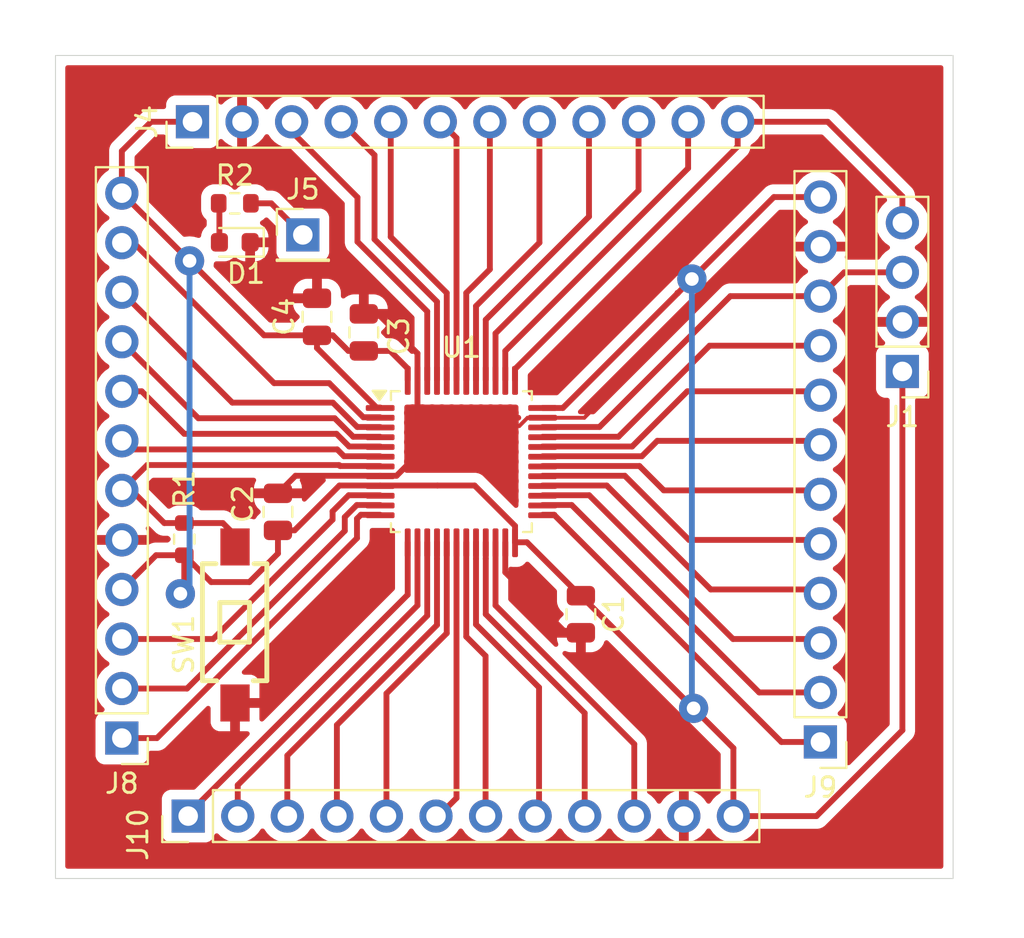
<source format=kicad_pcb>
(kicad_pcb (version 20240108) (generator "pcbnew") (generator_version "8.0")
  (layers (0 "F.Cu" signal) (31 "B.Cu" signal) (34 "B.Paste" user) (35 "F.Paste" user) (36 "B.SilkS" user "B.Silkscreen") (37 "F.SilkS" user "F.Silkscreen") (38 "B.Mask" user) (39 "F.Mask" user) (44 "Edge.Cuts" user))
  (net 0 "")
  (net 1 "+3.3V")
  (net 2 "GND")
  (net 3 "Net-(D1-A)")
  (net 4 "/SWCLK")
  (net 5 "/PB15")
  (net 6 "/PB3")
  (net 7 "/PB8")
  (net 8 "/PB12")
  (net 9 "/PB13")
  (net 10 "/PB9")
  (net 11 "/PB7")
  (net 12 "/PB1")
  (net 13 "/PB0")
  (net 14 "/PB11")
  (net 15 "/PB14")
  (net 16 "/PB4")
  (net 17 "/PB2")
  (net 18 "/PB6")
  (net 19 "/PB5")
  (net 20 "/PB10")
  (net 21 "/PA10")
  (net 22 "/PA12")
  (net 23 "/PA9")
  (net 24 "/PA3")
  (net 25 "/PA0")
  (net 26 "/PA7")
  (net 27 "/PA4")
  (net 28 "/PA2")
  (net 29 "/PA11")
  (net 30 "/PA15")
  (net 31 "/PA1")
  (net 32 "/PA8")
  (net 33 "/PA6")
  (net 34 "/PA5")
  (net 35 "/PC15")
  (net 36 "/PC13")
  (net 37 "/NRST")
  (net 38 "/PC14")
  (net 39 "/SWDIO")
  (net 40 "Net-(J5-Pin_1)")
  (net 41 "/PF0")
  (net 42 "/PF1")
  (net 43 "/BOOT0")
  (footprint "Connector_PinHeader_2.54mm:PinHeader_1x12_P2.54mm_Vertical" (layer "F.Cu") (at 120.42 72.8 90)
    (property "Reference" "J4" (at 0 -2.33 90) (layer "F.SilkS"))
    (property "Value" "Conn_01x12_Pin")
    (fp_line (start -1.33 -1.33) (end 0 -1.33) (stroke (width 0.12)) (layer "F.SilkS"))
    (fp_line (start -1.33 0) (end -1.33 -1.33) (stroke (width 0.12)) (layer "F.SilkS"))
    (fp_line (start 1.33 1.27) (end 1.33 29.27) (stroke (width 0.12)) (layer "F.SilkS"))
    (fp_line (start -1.33 1.27) (end 1.33 1.27) (stroke (width 0.12)) (layer "F.SilkS"))
    (fp_line (start -1.33 1.27) (end -1.33 29.27) (stroke (width 0.12)) (layer "F.SilkS"))
    (fp_line (start -1.33 29.27) (end 1.33 29.27) (stroke (width 0.12)) (layer "F.SilkS"))
    (pad "1" thru_hole rect (at 0 0 90) (size 1.7 1.7) (drill 1) (layers "*.Cu" "*.Mask") (net 1 "+3.3V"))
    (pad "2" thru_hole oval (at 0 2.54 90) (size 1.7 1.7) (drill 1) (layers "*.Cu" "*.Mask") (net 2 "GND"))
    (pad "3" thru_hole oval (at 0 5.08 90) (size 1.7 1.7) (drill 1) (layers "*.Cu" "*.Mask") (net 10 "/PB9"))
    (pad "4" thru_hole oval (at 0 7.62 90) (size 1.7 1.7) (drill 1) (layers "*.Cu" "*.Mask") (net 7 "/PB8"))
    (pad "5" thru_hole oval (at 0 10.16 90) (size 1.7 1.7) (drill 1) (layers "*.Cu" "*.Mask") (net 43 "/BOOT0"))
    (pad "6" thru_hole oval (at 0 12.7 90) (size 1.7 1.7) (drill 1) (layers "*.Cu" "*.Mask") (net 11 "/PB7"))
    (pad "7" thru_hole oval (at 0 15.24 90) (size 1.7 1.7) (drill 1) (layers "*.Cu" "*.Mask") (net 18 "/PB6"))
    (pad "8" thru_hole oval (at 0 17.78 90) (size 1.7 1.7) (drill 1) (layers "*.Cu" "*.Mask") (net 19 "/PB5"))
    (pad "9" thru_hole oval (at 0 20.32 90) (size 1.7 1.7) (drill 1) (layers "*.Cu" "*.Mask") (net 16 "/PB4"))
    (pad "10" thru_hole oval (at 0 22.86 90) (size 1.7 1.7) (drill 1) (layers "*.Cu" "*.Mask") (net 6 "/PB3"))
    (pad "11" thru_hole oval (at 0 25.4 90) (size 1.7 1.7) (drill 1) (layers "*.Cu" "*.Mask") (net 30 "/PA15"))
    (pad "12" thru_hole oval (at 0 27.94 90) (size 1.7 1.7) (drill 1) (layers "*.Cu" "*.Mask") (net 4 "/SWCLK"))
  )
  (footprint "Connector_PinHeader_2.54mm:PinHeader_1x01_P2.54mm_Vertical" (layer "F.Cu") (at 126.075 78.6)
    (property "Reference" "J5" (at 0 -2.33 0) (layer "F.SilkS"))
    (property "Value" "Conn_01x01_Pin")
    (fp_line (start -1.33 -1.33) (end 0 -1.33) (stroke (width 0.12)) (layer "F.SilkS"))
    (fp_line (start -1.33 0) (end -1.33 -1.33) (stroke (width 0.12)) (layer "F.SilkS"))
    (fp_line (start -1.33 1.27) (end -1.33 1.33) (stroke (width 0.12)) (layer "F.SilkS"))
    (fp_line (start -1.33 1.27) (end 1.33 1.27) (stroke (width 0.12)) (layer "F.SilkS"))
    (fp_line (start -1.33 1.33) (end 1.33 1.33) (stroke (width 0.12)) (layer "F.SilkS"))
    (fp_line (start 1.33 1.27) (end 1.33 1.33) (stroke (width 0.12)) (layer "F.SilkS"))
    (pad "1" thru_hole rect (at 0 0) (size 1.7 1.7) (drill 1) (layers "*.Cu" "*.Mask") (net 40 "Net-(J5-Pin_1)"))
  )
  (footprint "Capacitor_SMD:C_0805_2012Metric" (layer "F.Cu") (at 124.8 92.8 90)
    (property "Reference" "C2" (at 0.4 -1.8 90) (layer "F.SilkS"))
    (property "Value" "100nF")
    (fp_line (start -0.261252 -0.735) (end 0.261252 -0.735) (stroke (width 0.12)) (layer "F.SilkS"))
    (fp_line (start -0.261252 0.735) (end 0.261252 0.735) (stroke (width 0.12)) (layer "F.SilkS"))
    (pad "1" smd roundrect (at -0.95 0 90) (size 1 1.45) (layers "F.Cu" "F.Paste" "F.Mask") (net 1 "+3.3V"))
    (pad "2" smd roundrect (at 0.95 0 90) (size 1 1.45) (layers "F.Cu" "F.Paste" "F.Mask") (net 2 "GND"))
  )
  (footprint "easyeda2kicad:SW-SMD_L6.0-W3.3-LS8.0" (layer "F.Cu") (at 122.6 98.6 -90)
    (property "Reference" "SW1" (at 1 2.625 90) (layer "F.SilkS"))
    (property "Value" "TS-1101-C-W")
    (fp_line (start 2.86 1.67) (end -3.14 1.67) (stroke (width 0.25)) (layer "F.SilkS"))
    (fp_line (start 2.86 1.67) (end 2.86 0.94) (stroke (width 0.25)) (layer "F.SilkS"))
    (fp_line (start -3.14 0.98) (end -3.14 1.67) (stroke (width 0.25)) (layer "F.SilkS"))
    (fp_line (start -1.15 0.78) (end -1.15 -0.74) (stroke (width 0.25)) (layer "F.SilkS"))
    (fp_line (start 0.88 0.78) (end -1.15 0.78) (stroke (width 0.25)) (layer "F.SilkS"))
    (fp_line (start -1.15 -0.74) (end 0.88 -0.74) (stroke (width 0.25)) (layer "F.SilkS"))
    (fp_line (start 0.88 -0.74) (end 0.88 0.78) (stroke (width 0.25)) (layer "F.SilkS"))
    (fp_line (start 2.86 -0.94) (end 2.86 -1.63) (stroke (width 0.25)) (layer "F.SilkS"))
    (fp_line (start -3.14 -1.63) (end -3.14 -0.98) (stroke (width 0.25)) (layer "F.SilkS"))
    (fp_line (start -3.14 -1.63) (end 2.86 -1.63) (stroke (width 0.25)) (layer "F.SilkS"))
    (pad "1" smd rect (at -4 0 270) (size 1.9 1.5) (layers "F.Cu" "F.Paste" "F.Mask") (net 37 "/NRST"))
    (pad "2" smd rect (at 4 0 270) (size 1.9 1.5) (layers "F.Cu" "F.Paste" "F.Mask") (net 2 "GND"))
  )
  (footprint "Capacitor_SMD:C_0805_2012Metric" (layer "F.Cu") (at 126.8 82.8 90)
    (property "Reference" "C4" (at 0 -1.679999 90) (layer "F.SilkS"))
    (property "Value" "100nF")
    (fp_line (start -0.261253 -0.735) (end 0.261253 -0.735) (stroke (width 0.12)) (layer "F.SilkS"))
    (fp_line (start -0.261253 0.735) (end 0.261253 0.735) (stroke (width 0.12)) (layer "F.SilkS"))
    (pad "1" smd roundrect (at -0.949999 0 90) (size 1 1.45) (layers "F.Cu" "F.Paste" "F.Mask") (net 1 "+3.3V"))
    (pad "2" smd roundrect (at 0.949999 0 90) (size 1 1.45) (layers "F.Cu" "F.Paste" "F.Mask") (net 2 "GND"))
  )
  (footprint "Capacitor_SMD:C_0805_2012Metric" (layer "F.Cu") (at 140.325 98.05 -90)
    (property "Reference" "C1" (at 0 -1.68 90) (layer "F.SilkS"))
    (property "Value" "100nF")
    (fp_line (start -0.261252 0.735) (end 0.261252 0.735) (stroke (width 0.12)) (layer "F.SilkS"))
    (fp_line (start -0.261252 -0.735) (end 0.261252 -0.735) (stroke (width 0.12)) (layer "F.SilkS"))
    (pad "1" smd roundrect (at -0.95 0 270) (size 1 1.45) (layers "F.Cu" "F.Paste" "F.Mask") (net 1 "+3.3V"))
    (pad "2" smd roundrect (at 0.95 0 270) (size 1 1.45) (layers "F.Cu" "F.Paste" "F.Mask") (net 2 "GND"))
  )
  (footprint "Resistor_SMD:R_0603_1608Metric" (layer "F.Cu") (at 122.5875 76.98125)
    (property "Reference" "R2" (at 0 -1.43 0) (layer "F.SilkS"))
    (property "Value" "1K")
    (fp_line (start -0.237258 -0.5225) (end 0.237258 -0.5225) (stroke (width 0.12)) (layer "F.SilkS"))
    (fp_line (start -0.237258 0.5225) (end 0.237258 0.5225) (stroke (width 0.12)) (layer "F.SilkS"))
    (pad "1" smd roundrect (at -0.825 0) (size 0.8 0.95) (layers "F.Cu" "F.Paste" "F.Mask") (net 3 "Net-(D1-A)"))
    (pad "2" smd roundrect (at 0.825 0) (size 0.8 0.95) (layers "F.Cu" "F.Paste" "F.Mask") (net 40 "Net-(J5-Pin_1)"))
  )
  (footprint "Capacitor_SMD:C_0805_2012Metric" (layer "F.Cu") (at 129.2 83.6 90)
    (property "Reference" "C3" (at -0.2 1.8 90) (layer "F.SilkS"))
    (property "Value" "100nF")
    (fp_line (start -0.261253 -0.735) (end 0.261253 -0.735) (stroke (width 0.12)) (layer "F.SilkS"))
    (fp_line (start -0.261253 0.735) (end 0.261253 0.735) (stroke (width 0.12)) (layer "F.SilkS"))
    (pad "1" smd roundrect (at -0.949999 0 90) (size 1 1.45) (layers "F.Cu" "F.Paste" "F.Mask") (net 1 "+3.3V"))
    (pad "2" smd roundrect (at 0.949999 0 90) (size 1 1.45) (layers "F.Cu" "F.Paste" "F.Mask") (net 2 "GND"))
  )
  (footprint "Connector_PinHeader_2.54mm:PinHeader_1x12_P2.54mm_Vertical" (layer "F.Cu") (at 120.2 108.4 90)
    (property "Reference" "J10" (at -0.95 -2.575 90) (layer "F.SilkS"))
    (property "Value" "Conn_01x12_Pin")
    (fp_line (start -1.33 -1.33) (end 0 -1.33) (stroke (width 0.12)) (layer "F.SilkS"))
    (fp_line (start -1.33 0) (end -1.33 -1.33) (stroke (width 0.12)) (layer "F.SilkS"))
    (fp_line (start 1.33 1.27) (end 1.33 29.27) (stroke (width 0.12)) (layer "F.SilkS"))
    (fp_line (start -1.33 1.27) (end 1.33 1.27) (stroke (width 0.12)) (layer "F.SilkS"))
    (fp_line (start -1.33 1.27) (end -1.33 29.27) (stroke (width 0.12)) (layer "F.SilkS"))
    (fp_line (start -1.33 29.27) (end 1.33 29.27) (stroke (width 0.12)) (layer "F.SilkS"))
    (pad "1" thru_hole rect (at 0 0 90) (size 1.7 1.7) (drill 1) (layers "*.Cu" "*.Mask") (net 24 "/PA3"))
    (pad "2" thru_hole oval (at 0 2.54 90) (size 1.7 1.7) (drill 1) (layers "*.Cu" "*.Mask") (net 27 "/PA4"))
    (pad "3" thru_hole oval (at 0 5.08 90) (size 1.7 1.7) (drill 1) (layers "*.Cu" "*.Mask") (net 34 "/PA5"))
    (pad "4" thru_hole oval (at 0 7.62 90) (size 1.7 1.7) (drill 1) (layers "*.Cu" "*.Mask") (net 33 "/PA6"))
    (pad "5" thru_hole oval (at 0 10.16 90) (size 1.7 1.7) (drill 1) (layers "*.Cu" "*.Mask") (net 26 "/PA7"))
    (pad "6" thru_hole oval (at 0 12.7 90) (size 1.7 1.7) (drill 1) (layers "*.Cu" "*.Mask") (net 13 "/PB0"))
    (pad "7" thru_hole oval (at 0 15.24 90) (size 1.7 1.7) (drill 1) (layers "*.Cu" "*.Mask") (net 12 "/PB1"))
    (pad "8" thru_hole oval (at 0 17.78 90) (size 1.7 1.7) (drill 1) (layers "*.Cu" "*.Mask") (net 17 "/PB2"))
    (pad "9" thru_hole oval (at 0 20.32 90) (size 1.7 1.7) (drill 1) (layers "*.Cu" "*.Mask") (net 20 "/PB10"))
    (pad "10" thru_hole oval (at 0 22.86 90) (size 1.7 1.7) (drill 1) (layers "*.Cu" "*.Mask") (net 14 "/PB11"))
    (pad "11" thru_hole oval (at 0 25.4 90) (size 1.7 1.7) (drill 1) (layers "*.Cu" "*.Mask") (net 2 "GND"))
    (pad "12" thru_hole oval (at 0 27.94 90) (size 1.7 1.7) (drill 1) (layers "*.Cu" "*.Mask") (net 1 "+3.3V"))
  )
  (footprint "Connector_PinHeader_2.54mm:PinHeader_1x12_P2.54mm_Vertical" (layer "F.Cu") (at 116.8 104.4 180)
    (property "Reference" "J8" (at 0 -2.33 0) (layer "F.SilkS"))
    (property "Value" "Conn_01x12_Pin")
    (fp_line (start 1.33 1.27) (end 1.33 29.27) (stroke (width 0.12)) (layer "F.SilkS"))
    (fp_line (start -1.33 29.27) (end 1.33 29.27) (stroke (width 0.12)) (layer "F.SilkS"))
    (fp_line (start -1.33 1.27) (end 1.33 1.27) (stroke (width 0.12)) (layer "F.SilkS"))
    (fp_line (start -1.33 1.27) (end -1.33 29.27) (stroke (width 0.12)) (layer "F.SilkS"))
    (fp_line (start -1.33 0) (end -1.33 -1.33) (stroke (width 0.12)) (layer "F.SilkS"))
    (fp_line (start -1.33 -1.33) (end 0 -1.33) (stroke (width 0.12)) (layer "F.SilkS"))
    (pad "1" thru_hole rect (at 0 0 180) (size 1.7 1.7) (drill 1) (layers "*.Cu" "*.Mask") (net 28 "/PA2"))
    (pad "2" thru_hole oval (at 0 2.54 180) (size 1.7 1.7) (drill 1) (layers "*.Cu" "*.Mask") (net 31 "/PA1"))
    (pad "3" thru_hole oval (at 0 5.08 180) (size 1.7 1.7) (drill 1) (layers "*.Cu" "*.Mask") (net 25 "/PA0"))
    (pad "4" thru_hole oval (at 0 7.62 180) (size 1.7 1.7) (drill 1) (layers "*.Cu" "*.Mask") (net 1 "+3.3V"))
    (pad "5" thru_hole oval (at 0 10.16 180) (size 1.7 1.7) (drill 1) (layers "*.Cu" "*.Mask") (net 2 "GND"))
    (pad "6" thru_hole oval (at 0 12.7 180) (size 1.7 1.7) (drill 1) (layers "*.Cu" "*.Mask") (net 37 "/NRST"))
    (pad "7" thru_hole oval (at 0 15.24 180) (size 1.7 1.7) (drill 1) (layers "*.Cu" "*.Mask") (net 42 "/PF1"))
    (pad "8" thru_hole oval (at 0 17.78 180) (size 1.7 1.7) (drill 1) (layers "*.Cu" "*.Mask") (net 41 "/PF0"))
    (pad "9" thru_hole oval (at 0 20.32 180) (size 1.7 1.7) (drill 1) (layers "*.Cu" "*.Mask") (net 35 "/PC15"))
    (pad "10" thru_hole oval (at 0 22.86 180) (size 1.7 1.7) (drill 1) (layers "*.Cu" "*.Mask") (net 38 "/PC14"))
    (pad "11" thru_hole oval (at 0 25.4 180) (size 1.7 1.7) (drill 1) (layers "*.Cu" "*.Mask") (net 36 "/PC13"))
    (pad "12" thru_hole oval (at 0 27.94 180) (size 1.7 1.7) (drill 1) (layers "*.Cu" "*.Mask") (net 1 "+3.3V"))
  )
  (footprint "LED_SMD:LED_0603_1608Metric" (layer "F.Cu") (at 122.5875 78.98125 180)
    (property "Reference" "D1" (at -0.575 -1.6 0) (layer "F.SilkS"))
    (property "Value" "LED")
    (fp_line (start 0.8 -0.735) (end -1.485 -0.735) (stroke (width 0.12)) (layer "F.SilkS"))
    (fp_line (start -1.485 0.735) (end 0.8 0.735) (stroke (width 0.12)) (layer "F.SilkS"))
    (fp_line (start -1.485 -0.735) (end -1.485 0.735) (stroke (width 0.12)) (layer "F.SilkS"))
    (pad "1" smd roundrect (at -0.7875 0 180) (size 0.875 0.95) (layers "F.Cu" "F.Paste" "F.Mask") (net 2 "GND"))
    (pad "2" smd roundrect (at 0.7875 0 180) (size 0.875 0.95) (layers "F.Cu" "F.Paste" "F.Mask") (net 3 "Net-(D1-A)"))
  )
  (footprint "Connector_PinHeader_2.54mm:PinHeader_1x04_P2.54mm_Vertical" (layer "F.Cu") (at 156.8 85.6 180)
    (property "Reference" "J1" (at 0 -2.33 0) (layer "F.SilkS"))
    (property "Value" "Conn_01x04_Pin")
    (fp_line (start 1.33 1.270001) (end 1.33 8.95) (stroke (width 0.12)) (layer "F.SilkS"))
    (fp_line (start -1.33 8.95) (end 1.33 8.95) (stroke (width 0.12)) (layer "F.SilkS"))
    (fp_line (start -1.33 1.270001) (end 1.33 1.270001) (stroke (width 0.12)) (layer "F.SilkS"))
    (fp_line (start -1.33 1.270001) (end -1.33 8.95) (stroke (width 0.12)) (layer "F.SilkS"))
    (fp_line (start -1.33 0) (end -1.33 -1.33) (stroke (width 0.12)) (layer "F.SilkS"))
    (fp_line (start -1.33 -1.33) (end 0 -1.33) (stroke (width 0.12)) (layer "F.SilkS"))
    (pad "1" thru_hole rect (at 0 0 180) (size 1.7 1.7) (drill 1) (layers "*.Cu" "*.Mask") (net 1 "+3.3V"))
    (pad "2" thru_hole oval (at 0 2.54 180) (size 1.7 1.7) (drill 1) (layers "*.Cu" "*.Mask") (net 2 "GND"))
    (pad "3" thru_hole oval (at 0 5.079999 180) (size 1.7 1.7) (drill 1) (layers "*.Cu" "*.Mask") (net 39 "/SWDIO"))
    (pad "4" thru_hole oval (at 0 7.62 180) (size 1.7 1.7) (drill 1) (layers "*.Cu" "*.Mask") (net 4 "/SWCLK"))
  )
  (footprint "Resistor_SMD:R_0603_1608Metric" (layer "F.Cu") (at 120 94.2 -90)
    (property "Reference" "R1" (at -2.575 0 90) (layer "F.SilkS"))
    (property "Value" "10K")
    (fp_line (start -0.237258 0.5225) (end 0.237258 0.5225) (stroke (width 0.12)) (layer "F.SilkS"))
    (fp_line (start -0.237258 -0.5225) (end 0.237258 -0.5225) (stroke (width 0.12)) (layer "F.SilkS"))
    (pad "1" smd roundrect (at -0.825 0 270) (size 0.8 0.95) (layers "F.Cu" "F.Paste" "F.Mask") (net 37 "/NRST"))
    (pad "2" smd roundrect (at 0.825 0 270) (size 0.8 0.95) (layers "F.Cu" "F.Paste" "F.Mask") (net 1 "+3.3V"))
  )
  (footprint "Package_QFP:LQFP-48_7x7mm_P0.5mm" (layer "F.Cu") (at 134.2 90.225)
    (property "Reference" "U1" (at 0 -5.85 0) (layer "F.SilkS"))
    (property "Value" "STM32F072C8Tx")
    (fp_line (start -3.61 -3.61) (end -3.61 -3.16) (stroke (width 0.12)) (layer "F.SilkS"))
    (fp_line (start -3.61 3.61) (end -3.61 3.16) (stroke (width 0.12)) (layer "F.SilkS"))
    (fp_line (start -3.16 -3.61) (end -3.61 -3.61) (stroke (width 0.12)) (layer "F.SilkS"))
    (fp_line (start -3.16 3.61) (end -3.61 3.61) (stroke (width 0.12)) (layer "F.SilkS"))
    (fp_line (start 3.16 -3.61) (end 3.61 -3.61) (stroke (width 0.12)) (layer "F.SilkS"))
    (fp_line (start 3.16 3.61) (end 3.61 3.61) (stroke (width 0.12)) (layer "F.SilkS"))
    (fp_line (start 3.61 -3.61) (end 3.61 -3.16) (stroke (width 0.12)) (layer "F.SilkS"))
    (fp_line (start 3.61 3.61) (end 3.61 3.16) (stroke (width 0.12)) (layer "F.SilkS"))
    (fp_poly (pts (xy -4.2 -3.16) (xy -4.54 -3.63) (xy -3.86 -3.63) (xy -4.2 -3.16)) (stroke (width 0.12)) (fill solid) (layer "F.SilkS"))
    (pad "1" smd roundrect (at -4.1625 -2.75) (size 1.475 0.3) (layers "F.Cu" "F.Paste" "F.Mask") (net 1 "+3.3V"))
    (pad "2" smd roundrect (at -4.1625 -2.25) (size 1.475 0.3) (layers "F.Cu" "F.Paste" "F.Mask") (net 36 "/PC13"))
    (pad "3" smd roundrect (at -4.1625 -1.75) (size 1.475 0.3) (layers "F.Cu" "F.Paste" "F.Mask") (net 38 "/PC14"))
    (pad "4" smd roundrect (at -4.1625 -1.25) (size 1.475 0.3) (layers "F.Cu" "F.Paste" "F.Mask") (net 35 "/PC15"))
    (pad "5" smd roundrect (at -4.1625 -0.75) (size 1.475 0.3) (layers "F.Cu" "F.Paste" "F.Mask") (net 41 "/PF0"))
    (pad "6" smd roundrect (at -4.1625 -0.25) (size 1.475 0.3) (layers "F.Cu" "F.Paste" "F.Mask") (net 42 "/PF1"))
    (pad "7" smd roundrect (at -4.1625 0.25) (size 1.475 0.3) (layers "F.Cu" "F.Paste" "F.Mask") (net 37 "/NRST"))
    (pad "8" smd roundrect (at -4.1625 0.75) (size 1.475 0.3) (layers "F.Cu" "F.Paste" "F.Mask") (net 2 "GND"))
    (pad "9" smd roundrect (at -4.1625 1.25) (size 1.475 0.3) (layers "F.Cu" "F.Paste" "F.Mask") (net 1 "+3.3V"))
    (pad "10" smd roundrect (at -4.1625 1.75) (size 1.475 0.3) (layers "F.Cu" "F.Paste" "F.Mask") (net 25 "/PA0"))
    (pad "11" smd roundrect (at -4.1625 2.25) (size 1.475 0.3) (layers "F.Cu" "F.Paste" "F.Mask") (net 31 "/PA1"))
    (pad "12" smd roundrect (at -4.1625 2.75) (size 1.475 0.3) (layers "F.Cu" "F.Paste" "F.Mask") (net 28 "/PA2"))
    (pad "13" smd roundrect (at -2.75 4.1625) (size 0.3 1.475) (layers "F.Cu" "F.Paste" "F.Mask") (net 24 "/PA3"))
    (pad "14" smd roundrect (at -2.25 4.1625) (size 0.3 1.475) (layers "F.Cu" "F.Paste" "F.Mask") (net 27 "/PA4"))
    (pad "15" smd roundrect (at -1.75 4.1625) (size 0.3 1.475) (layers "F.Cu" "F.Paste" "F.Mask") (net 34 "/PA5"))
    (pad "16" smd roundrect (at -1.25 4.1625) (size 0.3 1.475) (layers "F.Cu" "F.Paste" "F.Mask") (net 33 "/PA6"))
    (pad "17" smd roundrect (at -0.75 4.1625) (size 0.3 1.475) (layers "F.Cu" "F.Paste" "F.Mask") (net 26 "/PA7"))
    (pad "18" smd roundrect (at -0.25 4.1625) (size 0.3 1.475) (layers "F.Cu" "F.Paste" "F.Mask") (net 13 "/PB0"))
    (pad "19" smd roundrect (at 0.25 4.1625) (size 0.3 1.475) (layers "F.Cu" "F.Paste" "F.Mask") (net 12 "/PB1"))
    (pad "20" smd roundrect (at 0.75 4.1625) (size 0.3 1.475) (layers "F.Cu" "F.Paste" "F.Mask") (net 17 "/PB2"))
    (pad "21" smd roundrect (at 1.25 4.1625) (size 0.3 1.475) (layers "F.Cu" "F.Paste" "F.Mask") (net 20 "/PB10"))
    (pad "22" smd roundrect (at 1.75 4.1625) (size 0.3 1.475) (layers "F.Cu" "F.Paste" "F.Mask") (net 14 "/PB11"))
    (pad "23" smd roundrect (at 2.25 4.1625) (size 0.3 1.475) (layers "F.Cu" "F.Paste" "F.Mask") (net 2 "GND"))
    (pad "24" smd roundrect (at 2.75 4.1625) (size 0.3 1.475) (layers "F.Cu" "F.Paste" "F.Mask") (net 1 "+3.3V"))
    (pad "25" smd roundrect (at 4.1625 2.75) (size 1.475 0.3) (layers "F.Cu" "F.Paste" "F.Mask") (net 8 "/PB12"))
    (pad "26" smd roundrect (at 4.1625 2.25) (size 1.475 0.3) (layers "F.Cu" "F.Paste" "F.Mask") (net 9 "/PB13"))
    (pad "27" smd roundrect (at 4.1625 1.75) (size 1.475 0.3) (layers "F.Cu" "F.Paste" "F.Mask") (net 15 "/PB14"))
    (pad "28" smd roundrect (at 4.1625 1.25) (size 1.475 0.3) (layers "F.Cu" "F.Paste" "F.Mask") (net 5 "/PB15"))
    (pad "29" smd roundrect (at 4.1625 0.75) (size 1.475 0.3) (layers "F.Cu" "F.Paste" "F.Mask") (net 32 "/PA8"))
    (pad "30" smd roundrect (at 4.1625 0.25) (size 1.475 0.3) (layers "F.Cu" "F.Paste" "F.Mask") (net 23 "/PA9"))
    (pad "31" smd roundrect (at 4.1625 -0.25) (size 1.475 0.3) (layers "F.Cu" "F.Paste" "F.Mask") (net 21 "/PA10"))
    (pad "32" smd roundrect (at 4.1625 -0.75) (size 1.475 0.3) (layers "F.Cu" "F.Paste" "F.Mask") (net 29 "/PA11"))
    (pad "33" smd roundrect (at 4.1625 -1.25) (size 1.475 0.3) (layers "F.Cu" "F.Paste" "F.Mask") (net 22 "/PA12"))
    (pad "34" smd roundrect (at 4.1625 -1.75) (size 1.475 0.3) (layers "F.Cu" "F.Paste" "F.Mask") (net 39 "/SWDIO"))
    (pad "35" smd roundrect (at 4.1625 -2.25) (size 1.475 0.3) (layers "F.Cu" "F.Paste" "F.Mask") (net 2 "GND"))
    (pad "36" smd roundrect (at 4.1625 -2.75) (size 1.475 0.3) (layers "F.Cu" "F.Paste" "F.Mask") (net 1 "+3.3V"))
    (pad "37" smd roundrect (at 2.75 -4.1625) (size 0.3 1.475) (layers "F.Cu" "F.Paste" "F.Mask") (net 4 "/SWCLK"))
    (pad "38" smd roundrect (at 2.25 -4.1625) (size 0.3 1.475) (layers "F.Cu" "F.Paste" "F.Mask") (net 30 "/PA15"))
    (pad "39" smd roundrect (at 1.75 -4.1625) (size 0.3 1.475) (layers "F.Cu" "F.Paste" "F.Mask") (net 6 "/PB3"))
    (pad "40" smd roundrect (at 1.25 -4.1625) (size 0.3 1.475) (layers "F.Cu" "F.Paste" "F.Mask") (net 16 "/PB4"))
    (pad "41" smd roundrect (at 0.75 -4.1625) (size 0.3 1.475) (layers "F.Cu" "F.Paste" "F.Mask") (net 19 "/PB5"))
    (pad "42" smd roundrect (at 0.25 -4.1625) (size 0.3 1.475) (layers "F.Cu" "F.Paste" "F.Mask") (net 18 "/PB6"))
    (pad "43" smd roundrect (at -0.25 -4.1625) (size 0.3 1.475) (layers "F.Cu" "F.Paste" "F.Mask") (net 11 "/PB7"))
    (pad "44" smd roundrect (at -0.75 -4.1625) (size 0.3 1.475) (layers "F.Cu" "F.Paste" "F.Mask") (net 43 "/BOOT0"))
    (pad "45" smd roundrect (at -1.25 -4.1625) (size 0.3 1.475) (layers "F.Cu" "F.Paste" "F.Mask") (net 7 "/PB8"))
    (pad "46" smd roundrect (at -1.75 -4.1625) (size 0.3 1.475) (layers "F.Cu" "F.Paste" "F.Mask") (net 10 "/PB9"))
    (pad "47" smd roundrect (at -2.25 -4.1625) (size 0.3 1.475) (layers "F.Cu" "F.Paste" "F.Mask") (net 2 "GND"))
    (pad "48" smd roundrect (at -2.75 -4.1625) (size 0.3 1.475) (layers "F.Cu" "F.Paste" "F.Mask") (net 1 "+3.3V"))
  )
  (footprint "Connector_PinHeader_2.54mm:PinHeader_1x12_P2.54mm_Vertical" (layer "F.Cu") (at 152.6 104.6 180)
    (property "Reference" "J9" (at 0 -2.33 0) (layer "F.SilkS"))
    (property "Value" "Conn_01x12_Pin")
    (fp_line (start 1.33 1.27) (end 1.33 29.27) (stroke (width 0.12)) (layer "F.SilkS"))
    (fp_line (start -1.33 29.27) (end 1.33 29.27) (stroke (width 0.12)) (layer "F.SilkS"))
    (fp_line (start -1.33 1.27) (end 1.33 1.27) (stroke (width 0.12)) (layer "F.SilkS"))
    (fp_line (start -1.33 1.27) (end -1.33 29.27) (stroke (width 0.12)) (layer "F.SilkS"))
    (fp_line (start -1.33 0) (end -1.33 -1.33) (stroke (width 0.12)) (layer "F.SilkS"))
    (fp_line (start -1.33 -1.33) (end 0 -1.33) (stroke (width 0.12)) (layer "F.SilkS"))
    (pad "1" thru_hole rect (at 0 0 180) (size 1.7 1.7) (drill 1) (layers "*.Cu" "*.Mask") (net 8 "/PB12"))
    (pad "2" thru_hole oval (at 0 2.54 180) (size 1.7 1.7) (drill 1) (layers "*.Cu" "*.Mask") (net 9 "/PB13"))
    (pad "3" thru_hole oval (at 0 5.08 180) (size 1.7 1.7) (drill 1) (layers "*.Cu" "*.Mask") (net 15 "/PB14"))
    (pad "4" thru_hole oval (at 0 7.62 180) (size 1.7 1.7) (drill 1) (layers "*.Cu" "*.Mask") (net 5 "/PB15"))
    (pad "5" thru_hole oval (at 0 10.16 180) (size 1.7 1.7) (drill 1) (layers "*.Cu" "*.Mask") (net 32 "/PA8"))
    (pad "6" thru_hole oval (at 0 12.7 180) (size 1.7 1.7) (drill 1) (layers "*.Cu" "*.Mask") (net 23 "/PA9"))
    (pad "7" thru_hole oval (at 0 15.24 180) (size 1.7 1.7) (drill 1) (layers "*.Cu" "*.Mask") (net 21 "/PA10"))
    (pad "8" thru_hole oval (at 0 17.78 180) (size 1.7 1.7) (drill 1) (layers "*.Cu" "*.Mask") (net 29 "/PA11"))
    (pad "9" thru_hole oval (at 0 20.32 180) (size 1.7 1.7) (drill 1) (layers "*.Cu" "*.Mask") (net 22 "/PA12"))
    (pad "10" thru_hole oval (at 0 22.86 180) (size 1.7 1.7) (drill 1) (layers "*.Cu" "*.Mask") (net 39 "/SWDIO"))
    (pad "11" thru_hole oval (at 0 25.4 180) (size 1.7 1.7) (drill 1) (layers "*.Cu" "*.Mask") (net 2 "GND"))
    (pad "12" thru_hole oval (at 0 27.94 180) (size 1.7 1.7) (drill 1) (layers "*.Cu" "*.Mask") (net 1 "+3.3V"))
  )
  (gr_rect (start 113.4 69.4) (end 159.4 111.6) (stroke (width 0.05)) (fill none) (layer "Edge.Cuts"))
  (segment (start 118.555 95.025) (end 116.8 96.78) (width 0.3) (layer "F.Cu") (net 1))
  (segment (start 124.8 94.937259) (end 124.8 93.75) (width 0.3) (layer "F.Cu") (net 1))
  (segment (start 127.612499 83.749999) (end 128.412499 84.549999) (width 0.3) (layer "F.Cu") (net 1))
  (segment (start 140.3 97.1) (end 140.325 97.1) (width 0.3) (layer "F.Cu") (net 1))
  (segment (start 120 95.025) (end 118.555 95.025) (width 0.3) (layer "F.Cu") (net 1))
  (segment (start 152.4 108.4) (end 148.14 108.4) (width 0.3) (layer "F.Cu") (net 1))
  (segment (start 126.8 84.4) (end 129.85 87.45) (width 0.3) (layer "F.Cu") (net 1))
  (segment (start 125.65 93.75) (end 124.8 93.75) (width 0.3) (layer "F.Cu") (net 1))
  (segment (start 123.337259 96.4) (end 124.8 94.937259) (width 0.3) (layer "F.Cu") (net 1))
  (segment (start 146.1 102.875) (end 146.5125 103.2875) (width 0.3) (layer "F.Cu") (net 1))
  (segment (start 140.325 97.1) (end 146.1 102.875) (width 0.3) (layer "F.Cu") (net 1))
  (segment (start 145.275 81.6) (end 146.0125 80.8625) (width 0.3) (layer "F.Cu") (net 1))
  (segment (start 139.4 87.475) (end 145.2875 81.5875) (width 0.3) (layer "F.Cu") (net 1))
  (segment (start 137.5625 94.3625) (end 140.3 97.1) (width 0.3) (layer "F.Cu") (net 1))
  (segment (start 120.42 72.8) (end 120.42 72.84) (width 0.2) (layer "F.Cu") (net 1))
  (segment (start 120 95.025) (end 120 96.8) (width 0.3) (layer "F.Cu") (net 1))
  (segment (start 132.975 91.449999) (end 134.878119 91.449999) (width 0.3) (layer "F.Cu") (net 1))
  (segment (start 145.3 81.575) (end 145.275 81.575) (width 0.3) (layer "F.Cu") (net 1))
  (segment (start 150.215 76.66) (end 152.6 76.66) (width 0.3) (layer "F.Cu") (net 1))
  (segment (start 120 95.025) (end 121.375 96.4) (width 0.3) (layer "F.Cu") (net 1))
  (segment (start 131.45 86.0375) (end 131.45 85.45) (width 0.3) (layer "F.Cu") (net 1))
  (segment (start 130.0375 91.449999) (end 127.950001 91.449999) (width 0.3) (layer "F.Cu") (net 1))
  (segment (start 156.8 88.175) (end 156.8 104) (width 0.3) (layer "F.Cu") (net 1))
  (segment (start 136.95 94.3625) (end 137.5625 94.3625) (width 0.3) (layer "F.Cu") (net 1))
  (segment (start 130.0375 91.449999) (end 132.975 91.449999) (width 0.3) (layer "F.Cu") (net 1))
  (segment (start 120 96.8) (end 119.8 97) (width 0.3) (layer "F.Cu") (net 1))
  (segment (start 121.375 96.4) (end 123.337259 96.4) (width 0.3) (layer "F.Cu") (net 1))
  (segment (start 131.45 85.45) (end 130.549999 84.549999) (width 0.3) (layer "F.Cu") (net 1))
  (segment (start 134.878119 91.449999) (end 136.95 93.52188) (width 0.3) (layer "F.Cu") (net 1))
  (segment (start 146.0125 80.8625) (end 150.215 76.66) (width 0.3) (layer "F.Cu") (net 1))
  (segment (start 116.8 76.46) (end 116.8 74.3) (width 0.3) (layer "F.Cu") (net 1))
  (segment (start 145.2875 81.5875) (end 145.3 81.575) (width 0.3) (layer "F.Cu") (net 1))
  (segment (start 116.8 74.3) (end 118.3 72.8) (width 0.3) (layer "F.Cu") (net 1))
  (segment (start 130.549999 84.549999) (end 129.2 84.549999) (width 0.3) (layer "F.Cu") (net 1))
  (segment (start 116.8 76.46) (end 120.27 79.93) (width 0.3) (layer "F.Cu") (net 1))
  (segment (start 148.14 104.915) (end 148.14 108.4) (width 0.3) (layer "F.Cu") (net 1))
  (segment (start 138.3625 87.475) (end 139.4 87.475) (width 0.3) (layer "F.Cu") (net 1))
  (segment (start 124.089999 83.749999) (end 126.8 83.749999) (width 0.3) (layer "F.Cu") (net 1))
  (segment (start 126.8 83.749999) (end 127.612499 83.749999) (width 0.3) (layer "F.Cu") (net 1))
  (segment (start 126.8 83.749999) (end 126.8 84.4) (width 0.3) (layer "F.Cu") (net 1))
  (segment (start 145.275 81.575) (end 145.275 81.6) (width 0.3) (layer "F.Cu") (net 1))
  (segment (start 146.5125 103.2875) (end 148.14 104.915) (width 0.3) (layer "F.Cu") (net 1))
  (segment (start 118.3 72.8) (end 120.42 72.8) (width 0.3) (layer "F.Cu") (net 1))
  (segment (start 156.8 104) (end 152.4 108.4) (width 0.3) (layer "F.Cu") (net 1))
  (segment (start 156.8 85.6) (end 156.8 88.175) (width 0.3) (layer "F.Cu") (net 1))
  (segment (start 136.95 93.52188) (end 136.95 94.3625) (width 0.3) (layer "F.Cu") (net 1))
  (segment (start 129.85 87.45) (end 130.0375 87.45) (width 0.3) (layer "F.Cu") (net 1))
  (segment (start 128.412499 84.549999) (end 129.2 84.549999) (width 0.3) (layer "F.Cu") (net 1))
  (segment (start 120.27 79.93) (end 124.089999 83.749999) (width 0.3) (layer "F.Cu") (net 1))
  (segment (start 127.950001 91.449999) (end 125.65 93.75) (width 0.3) (layer "F.Cu") (net 1))
  (via (at 120.27 79.93) (size 1.5) (drill 0.7) (layers "F.Cu" "B.Cu") (net 1))
  (via (at 146.0125 80.8625) (size 1.5) (drill 0.7) (layers "F.Cu" "B.Cu") (net 1))
  (via (at 146.1 102.875) (size 1.5) (drill 0.7) (layers "F.Cu" "B.Cu") (net 1))
  (via (at 119.8 97) (size 1.5) (drill 0.7) (layers "F.Cu" "B.Cu") (net 1))
  (segment (start 146.0125 80.8625) (end 146.0125 102.7875) (width 0.3) (layer "B.Cu") (net 1))
  (segment (start 146.0125 102.7875) (end 146.1 102.875) (width 0.3) (layer "B.Cu") (net 1))
  (segment (start 120.27 96.53) (end 119.8 97) (width 0.3) (layer "B.Cu") (net 1))
  (segment (start 120.27 79.93) (end 120.27 96.53) (width 0.3) (layer "B.Cu") (net 1))
  (segment (start 136.45 95.9) (end 139.55 99) (width 0.3) (layer "F.Cu") (net 2))
  (segment (start 130.0375 90.95) (end 130.87812 90.95) (width 0.3) (layer "F.Cu") (net 2))
  (segment (start 140.5 87.975) (end 140.85 87.625) (width 0.2) (layer "F.Cu") (net 2))
  (segment (start 136.925 88.4) (end 136.675 88.65) (width 0.2) (layer "F.Cu") (net 2))
  (segment (start 129.925 82.650001) (end 129.2 82.650001) (width 0.3) (layer "F.Cu") (net 2))
  (segment (start 138.3625 87.975) (end 137.59259 87.975) (width 0.2) (layer "F.Cu") (net 2))
  (segment (start 130.0375 90.95) (end 125.7 90.95) (width 0.3) (layer "F.Cu") (net 2))
  (segment (start 137.59259 87.975) (end 137.16759 88.4) (width 0.2) (layer "F.Cu") (net 2))
  (segment (start 125.7 90.95) (end 124.8 91.85) (width 0.3) (layer "F.Cu") (net 2))
  (segment (start 131.95 86.0375) (end 131.95 84.675001) (width 0.3) (layer "F.Cu") (net 2))
  (segment (start 138.3625 87.975) (end 140.5 87.975) (width 0.2) (layer "F.Cu") (net 2))
  (segment (start 136.45 94.3625) (end 136.45 95.9) (width 0.3) (layer "F.Cu") (net 2))
  (segment (start 130.87812 90.95) (end 131.95 89.87812) (width 0.3) (layer "F.Cu") (net 2))
  (segment (start 131.95 89.87812) (end 131.95 86.0375) (width 0.3) (layer "F.Cu") (net 2))
  (segment (start 137.16759 88.4) (end 136.925 88.4) (width 0.2) (layer "F.Cu") (net 2))
  (segment (start 131.95 84.675001) (end 129.925 82.650001) (width 0.3) (layer "F.Cu") (net 2))
  (segment (start 139.55 99) (end 140.325 99) (width 0.3) (layer "F.Cu") (net 2))
  (segment (start 123 72.8) (end 122.96 72.8) (width 0.3) (layer "F.Cu") (net 2))
  (segment (start 121.8 78.98125) (end 121.8 77.01875) (width 0.3) (layer "F.Cu") (net 3))
  (segment (start 121.8 77.01875) (end 121.7625 76.98125) (width 0.3) (layer "F.Cu") (net 3))
  (segment (start 148.36 74.065) (end 148.36 72.8) (width 0.3) (layer "F.Cu") (net 4))
  (segment (start 152.975 72.8) (end 156.8 76.625) (width 0.3) (layer "F.Cu") (net 4))
  (segment (start 136.95 86.0375) (end 136.95 85.475) (width 0.3) (layer "F.Cu") (net 4))
  (segment (start 136.95 85.475) (end 148.36 74.065) (width 0.3) (layer "F.Cu") (net 4))
  (segment (start 148.36 72.8) (end 152.975 72.8) (width 0.3) (layer "F.Cu") (net 4))
  (segment (start 156.8 76.625) (end 156.8 77.98) (width 0.3) (layer "F.Cu") (net 4))
  (segment (start 141.649999 91.449999) (end 146.98 96.78) (width 0.3) (layer "F.Cu") (net 5))
  (segment (start 146.98 96.78) (end 152.4 96.78) (width 0.3) (layer "F.Cu") (net 5))
  (segment (start 138.3625 91.449999) (end 141.649999 91.449999) (width 0.3) (layer "F.Cu") (net 5))
  (segment (start 152.4 96.78) (end 152.6 96.98) (width 0.3) (layer "F.Cu") (net 5))
  (segment (start 135.95 86.0375) (end 135.95 83.65) (width 0.3) (layer "F.Cu") (net 6))
  (segment (start 135.95 83.65) (end 143.28 76.32) (width 0.3) (layer "F.Cu") (net 6))
  (segment (start 143.28 76.32) (end 143.28 72.8) (width 0.3) (layer "F.Cu") (net 6))
  (segment (start 132.950001 86.0375) (end 132.950001 82.025001) (width 0.3) (layer "F.Cu") (net 7))
  (segment (start 129.75 74.51) (end 128.04 72.8) (width 0.3) (layer "F.Cu") (net 7))
  (segment (start 129.75 78.825) (end 129.75 74.51) (width 0.3) (layer "F.Cu") (net 7))
  (segment (start 132.950001 82.025001) (end 129.75 78.825) (width 0.3) (layer "F.Cu") (net 7))
  (segment (start 138.95 92.95) (end 150.6 104.6) (width 0.3) (layer "F.Cu") (net 8))
  (segment (start 150.6 104.6) (end 152.6 104.6) (width 0.3) (layer "F.Cu") (net 8))
  (segment (start 138.3625 92.95) (end 138.95 92.95) (width 0.3) (layer "F.Cu") (net 8))
  (segment (start 139.85 92.45) (end 149.46 102.06) (width 0.3) (layer "F.Cu") (net 9))
  (segment (start 138.3625 92.45) (end 139.85 92.45) (width 0.3) (layer "F.Cu") (net 9))
  (segment (start 149.46 102.06) (end 152.6 102.06) (width 0.3) (layer "F.Cu") (net 9))
  (segment (start 132.45 86.0375) (end 132.45 82.525) (width 0.3) (layer "F.Cu") (net 10))
  (segment (start 128.875 78.95) (end 128.875 76.675) (width 0.3) (layer "F.Cu") (net 10))
  (segment (start 132.45 82.525) (end 128.875 78.95) (width 0.3) (layer "F.Cu") (net 10))
  (segment (start 128.875 76.675) (end 125.5 73.3) (width 0.3) (layer "F.Cu") (net 10))
  (segment (start 125.5 73.3) (end 125.5 72.8) (width 0.3) (layer "F.Cu") (net 10))
  (segment (start 133.95 73.63) (end 133.12 72.8) (width 0.3) (layer "F.Cu") (net 11))
  (segment (start 133.95 86.0375) (end 133.95 73.63) (width 0.3) (layer "F.Cu") (net 11))
  (segment (start 134.45 99.2) (end 135.44 100.19) (width 0.3) (layer "F.Cu") (net 12))
  (segment (start 135.44 100.19) (end 135.44 108.4) (width 0.3) (layer "F.Cu") (net 12))
  (segment (start 134.45 94.3625) (end 134.45 99.2) (width 0.3) (layer "F.Cu") (net 12))
  (segment (start 133.95 94.3625) (end 133.95 107.475) (width 0.3) (layer "F.Cu") (net 13))
  (segment (start 133.025 108.4) (end 132.9 108.4) (width 0.3) (layer "F.Cu") (net 13))
  (segment (start 133.95 107.475) (end 133.025 108.4) (width 0.3) (layer "F.Cu") (net 13))
  (segment (start 135.95 94.3625) (end 135.95 97.6) (width 0.3) (layer "F.Cu") (net 14))
  (segment (start 143.06 104.71) (end 143.06 108.4) (width 0.3) (layer "F.Cu") (net 14))
  (segment (start 135.95 97.6) (end 143.06 104.71) (width 0.3) (layer "F.Cu") (net 14))
  (segment (start 140.75 91.95) (end 148.12 99.32) (width 0.3) (layer "F.Cu") (net 15))
  (segment (start 152.4 99.32) (end 152.6 99.52) (width 0.3) (layer "F.Cu") (net 15))
  (segment (start 138.3625 91.95) (end 140.75 91.95) (width 0.3) (layer "F.Cu") (net 15))
  (segment (start 148.12 99.32) (end 152.4 99.32) (width 0.3) (layer "F.Cu") (net 15))
  (segment (start 140.74 77.66) (end 140.74 72.8) (width 0.3) (layer "F.Cu") (net 16))
  (segment (start 135.449999 82.950001) (end 140.74 77.66) (width 0.3) (layer "F.Cu") (net 16))
  (segment (start 135.449999 86.0375) (end 135.449999 82.950001) (width 0.3) (layer "F.Cu") (net 16))
  (segment (start 134.949999 94.78281) (end 134.95 95.203121) (width 0.3) (layer "F.Cu") (net 17))
  (segment (start 134.95 95.203121) (end 134.95 98.575) (width 0.3) (layer "F.Cu") (net 17))
  (segment (start 134.95 98.575) (end 138.18 101.805) (width 0.3) (layer "F.Cu") (net 17))
  (segment (start 138.18 101.805) (end 138.18 108.2) (width 0.3) (layer "F.Cu") (net 17))
  (segment (start 134.95 94.3625) (end 134.949999 94.78281) (width 0.3) (layer "F.Cu") (net 17))
  (segment (start 138.18 108.2) (end 137.98 108.4) (width 0.3) (layer "F.Cu") (net 17))
  (segment (start 135.66 80.365) (end 135.66 72.8) (width 0.3) (layer "F.Cu") (net 18))
  (segment (start 134.45 86.0375) (end 134.45 81.575) (width 0.3) (layer "F.Cu") (net 18))
  (segment (start 134.45 81.575) (end 135.66 80.365) (width 0.3) (layer "F.Cu") (net 18))
  (segment (start 134.95 86.0375) (end 134.95 82.25) (width 0.3) (layer "F.Cu") (net 19))
  (segment (start 138.2 79) (end 138.2 72.8) (width 0.3) (layer "F.Cu") (net 19))
  (segment (start 134.95 82.25) (end 138.2 79) (width 0.3) (layer "F.Cu") (net 19))
  (segment (start 135.45 98.05) (end 140.52 103.12) (width 0.3) (layer "F.Cu") (net 20))
  (segment (start 135.449999 94.3625) (end 135.45 95.20312) (width 0.3) (layer "F.Cu") (net 20))
  (segment (start 140.52 103.12) (end 140.52 108.4) (width 0.3) (layer "F.Cu") (net 20))
  (segment (start 135.45 95.20312) (end 135.45 98.05) (width 0.3) (layer "F.Cu") (net 20))
  (segment (start 143.45 89.95) (end 144.24 89.16) (width 0.3) (layer "F.Cu") (net 21))
  (segment (start 152.4 89.16) (end 152.6 89.36) (width 0.3) (layer "F.Cu") (net 21))
  (segment (start 144.24 89.16) (end 152.4 89.16) (width 0.3) (layer "F.Cu") (net 21))
  (segment (start 138.3625 89.95) (end 143.45 89.95) (width 0.3) (layer "F.Cu") (net 21))
  (segment (start 138.3625 88.950001) (end 142.249999 88.950001) (width 0.3) (layer "F.Cu") (net 22))
  (segment (start 142.249999 88.950001) (end 146.92 84.28) (width 0.3) (layer "F.Cu") (net 22))
  (segment (start 146.92 84.28) (end 152.6 84.28) (width 0.3) (layer "F.Cu") (net 22))
  (segment (start 143.325 90.45) (end 144.575 91.7) (width 0.3) (layer "F.Cu") (net 23))
  (segment (start 144.575 91.7) (end 152.4 91.7) (width 0.3) (layer "F.Cu") (net 23))
  (segment (start 152.4 91.7) (end 152.6 91.9) (width 0.3) (layer "F.Cu") (net 23))
  (segment (start 138.3625 90.45) (end 143.325 90.45) (width 0.3) (layer "F.Cu") (net 23))
  (segment (start 131.45 94.3625) (end 131.45 97.05) (width 0.3) (layer "F.Cu") (net 24))
  (segment (start 131.45 97.05) (end 120.2 108.3) (width 0.3) (layer "F.Cu") (net 24))
  (segment (start 120.2 108.3) (end 120.2 108.4) (width 0.3) (layer "F.Cu") (net 24))
  (segment (start 127.6 92.775) (end 127.6 93.2) (width 0.3) (layer "F.Cu") (net 25))
  (segment (start 128.425 91.95) (end 127.6 92.775) (width 0.3) (layer "F.Cu") (net 25))
  (segment (start 121.48 99.32) (end 116.8 99.32) (width 0.3) (layer "F.Cu") (net 25))
  (segment (start 127.6 93.2) (end 121.48 99.32) (width 0.3) (layer "F.Cu") (net 25))
  (segment (start 130.0375 91.95) (end 128.425 91.95) (width 0.3) (layer "F.Cu") (net 25))
  (segment (start 133.45 99.025) (end 130.36 102.115) (width 0.3) (layer "F.Cu") (net 26))
  (segment (start 133.45 94.3625) (end 133.45 99.025) (width 0.3) (layer "F.Cu") (net 26))
  (segment (start 130.36 102.115) (end 130.36 108.4) (width 0.3) (layer "F.Cu") (net 26))
  (segment (start 122.74 106.81) (end 122.74 108.4) (width 0.3) (layer "F.Cu") (net 27))
  (segment (start 131.95 97.6) (end 122.74 106.81) (width 0.3) (layer "F.Cu") (net 27))
  (segment (start 131.95 94.3625) (end 131.95 97.6) (width 0.3) (layer "F.Cu") (net 27))
  (segment (start 128.85 94.15) (end 118.6 104.4) (width 0.3) (layer "F.Cu") (net 28))
  (segment (start 128.85 93.15) (end 128.85 94.15) (width 0.3) (layer "F.Cu") (net 28))
  (segment (start 129.05 92.95) (end 128.85 93.15) (width 0.3) (layer "F.Cu") (net 28))
  (segment (start 118.6 104.4) (end 116.8 104.4) (width 0.3) (layer "F.Cu") (net 28))
  (segment (start 130.0375 92.95) (end 129.05 92.95) (width 0.3) (layer "F.Cu") (net 28))
  (segment (start 142.95 89.45) (end 145.78 86.62) (width 0.3) (layer "F.Cu") (net 29))
  (segment (start 145.78 86.62) (end 152.4 86.62) (width 0.3) (layer "F.Cu") (net 29))
  (segment (start 138.3625 89.45) (end 142.95 89.45) (width 0.3) (layer "F.Cu") (net 29))
  (segment (start 152.4 86.62) (end 152.6 86.82) (width 0.3) (layer "F.Cu") (net 29))
  (segment (start 145.82 75.18) (end 145.82 72.8) (width 0.3) (layer "F.Cu") (net 30))
  (segment (start 136.45 86.0375) (end 136.45 84.55) (width 0.3) (layer "F.Cu") (net 30))
  (segment (start 136.45 84.55) (end 145.82 75.18) (width 0.3) (layer "F.Cu") (net 30))
  (segment (start 116.8 101.86) (end 120.14 101.86) (width 0.3) (layer "F.Cu") (net 31))
  (segment (start 120.14 101.86) (end 128.225 93.775) (width 0.3) (layer "F.Cu") (net 31))
  (segment (start 128.225 93.067893) (end 128.842893 92.45) (width 0.3) (layer "F.Cu") (net 31))
  (segment (start 128.842893 92.45) (end 130.0375 92.45) (width 0.3) (layer "F.Cu") (net 31))
  (segment (start 128.225 93.775) (end 128.225 93.067893) (width 0.3) (layer "F.Cu") (net 31))
  (segment (start 142.575 90.95) (end 145.865 94.24) (width 0.3) (layer "F.Cu") (net 32))
  (segment (start 152.4 94.24) (end 152.6 94.44) (width 0.3) (layer "F.Cu") (net 32))
  (segment (start 145.865 94.24) (end 152.4 94.24) (width 0.3) (layer "F.Cu") (net 32))
  (segment (start 138.3625 90.95) (end 142.575 90.95) (width 0.3) (layer "F.Cu") (net 32))
  (segment (start 127.82 103.73) (end 127.82 108.4) (width 0.3) (layer "F.Cu") (net 33))
  (segment (start 132.950001 94.3625) (end 132.95 95.20312) (width 0.3) (layer "F.Cu") (net 33))
  (segment (start 132.95 98.6) (end 127.82 103.73) (width 0.3) (layer "F.Cu") (net 33))
  (segment (start 132.95 95.20312) (end 132.95 98.6) (width 0.3) (layer "F.Cu") (net 33))
  (segment (start 125.28 105.295) (end 125.28 108.4) (width 0.3) (layer "F.Cu") (net 34))
  (segment (start 132.45 98.125) (end 125.28 105.295) (width 0.3) (layer "F.Cu") (net 34))
  (segment (start 132.45 94.3625) (end 132.45 98.125) (width 0.3) (layer "F.Cu") (net 34))
  (segment (start 127.707106 88) (end 120.72 88) (width 0.3) (layer "F.Cu") (net 35))
  (segment (start 130.0375 88.950001) (end 128.657107 88.950001) (width 0.3) (layer "F.Cu") (net 35))
  (segment (start 128.657107 88.950001) (end 127.707106 88) (width 0.3) (layer "F.Cu") (net 35))
  (segment (start 120.72 88) (end 116.8 84.08) (width 0.3) (layer "F.Cu") (net 35))
  (segment (start 129.175 87.95) (end 127.425 86.2) (width 0.3) (layer "F.Cu") (net 36))
  (segment (start 117.4 79) (end 116.8 79) (width 0.3) (layer "F.Cu") (net 36))
  (segment (start 127.425 86.2) (end 124.6 86.2) (width 0.3) (layer "F.Cu") (net 36))
  (segment (start 130.0375 87.95) (end 129.175 87.95) (width 0.3) (layer "F.Cu") (net 36))
  (segment (start 124.6 86.2) (end 117.4 79) (width 0.3) (layer "F.Cu") (net 36))
  (segment (start 120 93.375) (end 121.975 93.375) (width 0.3) (layer "F.Cu") (net 37))
  (segment (start 117.3 91.7) (end 118.975 93.375) (width 0.3) (layer "F.Cu") (net 37))
  (segment (start 121.975 93.375) (end 122.6 94) (width 0.3) (layer "F.Cu") (net 37))
  (segment (start 116.8 91.7) (end 117.3 91.7) (width 0.3) (layer "F.Cu") (net 37))
  (segment (start 130.0375 90.45) (end 127.980456 90.45) (width 0.3) (layer "F.Cu") (net 37))
  (segment (start 118.1 90.4) (end 116.8 91.7) (width 0.3) (layer "F.Cu") (net 37))
  (segment (start 127.930456 90.4) (end 118.1 90.4) (width 0.3) (layer "F.Cu") (net 37))
  (segment (start 118.975 93.375) (end 120 93.375) (width 0.3) (layer "F.Cu") (net 37))
  (segment (start 122.6 94) (end 122.6 94.6) (width 0.3) (layer "F.Cu") (net 37))
  (segment (start 127.980456 90.45) (end 127.930456 90.4) (width 0.3) (layer "F.Cu") (net 37))
  (segment (start 127.614212 87.2) (end 122.46 87.2) (width 0.3) (layer "F.Cu") (net 38))
  (segment (start 130.0375 88.45) (end 128.864212 88.45) (width 0.3) (layer "F.Cu") (net 38))
  (segment (start 128.864212 88.45) (end 127.614212 87.2) (width 0.3) (layer "F.Cu") (net 38))
  (segment (start 122.46 87.2) (end 116.8 81.54) (width 0.3) (layer "F.Cu") (net 38))
  (segment (start 147.985 81.74) (end 152.6 81.74) (width 0.3) (layer "F.Cu") (net 39))
  (segment (start 156.8 80.520001) (end 153.819999 80.520001) (width 0.3) (layer "F.Cu") (net 39))
  (segment (start 138.3625 88.45) (end 141.275 88.45) (width 0.3) (layer "F.Cu") (net 39))
  (segment (start 153.819999 80.520001) (end 152.6 81.74) (width 0.3) (layer "F.Cu") (net 39))
  (segment (start 141.275 88.45) (end 147.985 81.74) (width 0.3) (layer "F.Cu") (net 39))
  (segment (start 126.075 78.6) (end 124.45625 76.98125) (width 0.3) (layer "F.Cu") (net 40))
  (segment (start 124.45625 76.98125) (end 123.4125 76.98125) (width 0.3) (layer "F.Cu") (net 40))
  (segment (start 116.8 86.62) (end 117.82 86.62) (width 0.3) (layer "F.Cu") (net 41))
  (segment (start 128.45 89.45) (end 130.0375 89.45) (width 0.3) (layer "F.Cu") (net 41))
  (segment (start 117.82 86.62) (end 120 88.8) (width 0.3) (layer "F.Cu") (net 41))
  (segment (start 120 88.8) (end 127.8 88.8) (width 0.3) (layer "F.Cu") (net 41))
  (segment (start 127.8 88.8) (end 128.45 89.45) (width 0.3) (layer "F.Cu") (net 41))
  (segment (start 128.187562 89.95) (end 127.837562 89.6) (width 0.3) (layer "F.Cu") (net 42))
  (segment (start 130.0375 89.95) (end 128.187562 89.95) (width 0.3) (layer "F.Cu") (net 42))
  (segment (start 117.24 89.6) (end 116.8 89.16) (width 0.3) (layer "F.Cu") (net 42))
  (segment (start 127.837562 89.6) (end 117.24 89.6) (width 0.3) (layer "F.Cu") (net 42))
  (segment (start 133.45 81.575) (end 130.58 78.705) (width 0.3) (layer "F.Cu") (net 43))
  (segment (start 133.45 86.0375) (end 133.45 81.575) (width 0.3) (layer "F.Cu") (net 43))
  (segment (start 130.58 78.705) (end 130.58 72.8) (width 0.3) (layer "F.Cu") (net 43))
  (zone (net 2) (net_name "GND") (layer "F.Cu") (connect_pads (clearance 0.5)) (min_thickness 0.25) (fill yes (thermal_gap 0.5) (thermal_bridge_width 0.5))
    (polygon (pts (xy 112.8 68.6) (xy 160.8 68.4) (xy 160.8 113.8) (xy 112 113.6)))
  )
)
</source>
